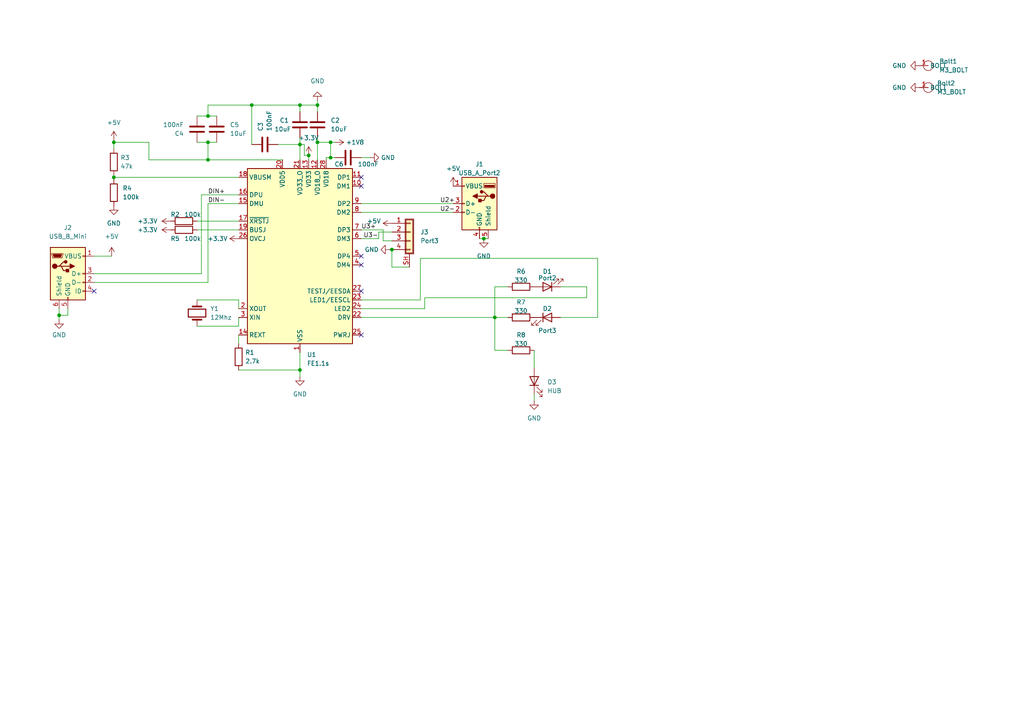
<source format=kicad_sch>
(kicad_sch (version 20211123) (generator eeschema)
  (paper "A4")
  (lib_symbols
    (symbol "Connector:USB_A" (pin_names (offset 1.016))
      (property "Reference" "J" (at -5.08 11.43 0))
      (property "Value" "USB_A" (at -5.08 8.89 0))
      (symbol "USB_A_0_1"
        (rectangle (start -5.08 -7.62) (end 5.08 7.62) (stroke (width 0.254)) (fill (type background)))
        (circle (center -3.81 2.159) (radius 0.635) (stroke (width 0.254)) (fill (type outline)))
        (rectangle (start -1.524 4.826) (end -4.318 5.334) (fill (type outline)))
        (rectangle (start -1.27 4.572) (end -4.572 5.842))
        (circle (center -0.635 3.429) (radius 0.381) (stroke (width 0.254)) (fill (type outline)))
        (rectangle (start -0.127 -7.62) (end 0.127 -6.858))
        (polyline (pts (xy -3.175 2.159) (xy -2.54 2.159) (xy -1.27 3.429) (xy -0.635 3.429)) (stroke (width 0.254)))
        (polyline (pts (xy -2.54 2.159) (xy -1.905 2.159) (xy -1.27 0.889) (xy 0 0.889)) (stroke (width 0.254)))
        (polyline (pts (xy 0.635 2.794) (xy 0.635 1.524) (xy 1.905 2.159) (xy 0.635 2.794)) (stroke (width 0.254)) (fill (type outline)))
        (rectangle (start 0.254 1.27) (end -0.508 0.508) (stroke (width 0.254)) (fill (type outline)))
        (rectangle (start 5.08 -2.667) (end 4.318 -2.413))
        (rectangle (start 5.08 -0.127) (end 4.318 0.127))
        (rectangle (start 5.08 4.953) (end 4.318 5.207))
      )
      (symbol "USB_A_1_1"
        (polyline (pts (xy -1.905 2.159) (xy 0.635 2.159)) (stroke (width 0.254)))
        (pin power_in line (at 7.62 5.08 180) (length 2.54) (name "VBUS") (number "1"))
        (pin bidirectional line (at 7.62 -2.54 180) (length 2.54) (name "D-") (number "2"))
        (pin bidirectional line (at 7.62 0 180) (length 2.54) (name "D+") (number "3"))
        (pin power_in line (at 0 -10.16 90) (length 2.54) (name "GND") (number "4"))
        (pin passive line (at -2.54 -10.16 90) (length 2.54) (name "Shield") (number "5"))
      )
    )
    (symbol "Connector:USB_B_Mini" (pin_names (offset 1.016))
      (property "Reference" "J" (at -5.08 11.43 0))
      (property "Value" "USB_B_Mini" (at -5.08 8.89 0))
      (symbol "USB_B_Mini_0_1"
        (rectangle (start -5.08 -7.62) (end 5.08 7.62) (stroke (width 0.254)) (fill (type background)))
        (circle (center -3.81 2.159) (radius 0.635) (stroke (width 0.254)) (fill (type outline)))
        (circle (center -0.635 3.429) (radius 0.381) (stroke (width 0.254)) (fill (type outline)))
        (rectangle (start -0.127 -7.62) (end 0.127 -6.858))
        (polyline (pts (xy -1.905 2.159) (xy 0.635 2.159)) (stroke (width 0.254)))
        (polyline (pts (xy -3.175 2.159) (xy -2.54 2.159) (xy -1.27 3.429) (xy -0.635 3.429)) (stroke (width 0.254)))
        (polyline (pts (xy -2.54 2.159) (xy -1.905 2.159) (xy -1.27 0.889) (xy 0 0.889)) (stroke (width 0.254)))
        (polyline (pts (xy 0.635 2.794) (xy 0.635 1.524) (xy 1.905 2.159) (xy 0.635 2.794)) (stroke (width 0.254)) (fill (type outline)))
        (polyline (pts (xy -4.318 5.588) (xy -1.778 5.588) (xy -2.032 4.826) (xy -4.064 4.826) (xy -4.318 5.588)) (fill (type outline)))
        (polyline (pts (xy -4.699 5.842) (xy -4.699 5.588) (xy -4.445 4.826) (xy -4.445 4.572) (xy -1.651 4.572) (xy -1.651 4.826) (xy -1.397 5.588) (xy -1.397 5.842) (xy -4.699 5.842)))
        (rectangle (start 0.254 1.27) (end -0.508 0.508) (stroke (width 0.254)) (fill (type outline)))
        (rectangle (start 5.08 -5.207) (end 4.318 -4.953))
        (rectangle (start 5.08 -2.667) (end 4.318 -2.413))
        (rectangle (start 5.08 -0.127) (end 4.318 0.127))
        (rectangle (start 5.08 4.953) (end 4.318 5.207))
      )
      (symbol "USB_B_Mini_1_1"
        (pin power_out line (at 7.62 5.08 180) (length 2.54) (name "VBUS") (number "1"))
        (pin bidirectional line (at 7.62 -2.54 180) (length 2.54) (name "D-") (number "2"))
        (pin bidirectional line (at 7.62 0 180) (length 2.54) (name "D+") (number "3"))
        (pin passive line (at 7.62 -5.08 180) (length 2.54) (name "ID") (number "4"))
        (pin power_out line (at 0 -10.16 90) (length 2.54) (name "GND") (number "5"))
        (pin passive line (at -2.54 -10.16 90) (length 2.54) (name "Shield") (number "6"))
      )
    )
    (symbol "Connector_Generic_Shielded:Conn_01x04_Shielded" (pin_names (offset 1.016) hide)
      (property "Reference" "J" (at 0.254 4.826 0))
      (property "Value" "Conn_01x04_Shielded" (at 1.016 -7.366 0))
      (symbol "Conn_01x04_Shielded_1_1"
        (rectangle (start -1.27 3.81) (end 1.27 -6.35) (stroke (width 0.1524)))
        (rectangle (start -1.016 -4.953) (end 0.254 -5.207) (stroke (width 0.1524)))
        (rectangle (start -1.016 -2.413) (end 0.254 -2.667) (stroke (width 0.1524)))
        (rectangle (start -1.016 0.127) (end 0.254 -0.127) (stroke (width 0.1524)))
        (rectangle (start -1.016 2.667) (end 0.254 2.413) (stroke (width 0.1524)))
        (rectangle (start -1.016 3.556) (end 1.016 -6.096) (stroke (width 0.254)) (fill (type background)))
        (pin passive line (at -5.08 2.54 0) (length 4.064) (name "Pin_1") (number "1"))
        (pin passive line (at -5.08 0 0) (length 4.064) (name "Pin_2") (number "2"))
        (pin passive line (at -5.08 -2.54 0) (length 4.064) (name "Pin_3") (number "3"))
        (pin passive line (at -5.08 -5.08 0) (length 4.064) (name "Pin_4") (number "4"))
        (pin passive line (at 0 -10.16 90) (length 3.81) (name "Shield") (number "SH"))
      )
    )
    (symbol "Device:C" (pin_numbers hide) (pin_names (offset 0.254))
      (property "Reference" "C" (at 0.635 2.54 0))
      (property "Value" "C" (at 0.635 -2.54 0))
      (symbol "C_0_1"
        (polyline (pts (xy -2.032 -0.762) (xy 2.032 -0.762)) (stroke (width 0.508)))
        (polyline (pts (xy -2.032 0.762) (xy 2.032 0.762)) (stroke (width 0.508)))
      )
      (symbol "C_1_1"
        (pin passive line (at 0 3.81 270) (length 2.794) (name "~") (number "1"))
        (pin passive line (at 0 -3.81 90) (length 2.794) (name "~") (number "2"))
      )
    )
    (symbol "Device:Crystal" (pin_numbers hide) (pin_names (offset 1.016) hide)
      (property "Reference" "Y" (at 0 3.81 0))
      (property "Value" "Crystal" (at 0 -3.81 0))
      (symbol "Crystal_0_1"
        (rectangle (start -1.143 2.54) (end 1.143 -2.54) (stroke (width 0.3048)))
        (polyline (pts (xy -2.54 0) (xy -1.905 0)))
        (polyline (pts (xy -1.905 -1.27) (xy -1.905 1.27)) (stroke (width 0.508)))
        (polyline (pts (xy 1.905 -1.27) (xy 1.905 1.27)) (stroke (width 0.508)))
        (polyline (pts (xy 2.54 0) (xy 1.905 0)))
      )
      (symbol "Crystal_1_1"
        (pin passive line (at -3.81 0 0) (length 1.27) (name "1") (number "1"))
        (pin passive line (at 3.81 0 180) (length 1.27) (name "2") (number "2"))
      )
    )
    (symbol "Device:LED" (pin_numbers hide) (pin_names (offset 1.016) hide)
      (property "Reference" "D" (at 0 2.54 0))
      (property "Value" "LED" (at 0 -2.54 0))
      (symbol "LED_0_1"
        (polyline (pts (xy -1.27 -1.27) (xy -1.27 1.27)) (stroke (width 0.254)))
        (polyline (pts (xy -1.27 0) (xy 1.27 0)))
        (polyline (pts (xy 1.27 -1.27) (xy 1.27 1.27) (xy -1.27 0) (xy 1.27 -1.27)) (stroke (width 0.254)))
        (polyline (pts (xy -3.048 -0.762) (xy -4.572 -2.286) (xy -3.81 -2.286) (xy -4.572 -2.286) (xy -4.572 -1.524)))
        (polyline (pts (xy -1.778 -0.762) (xy -3.302 -2.286) (xy -2.54 -2.286) (xy -3.302 -2.286) (xy -3.302 -1.524)))
      )
      (symbol "LED_1_1"
        (pin passive line (at -3.81 0 0) (length 2.54) (name "K") (number "1"))
        (pin passive line (at 3.81 0 180) (length 2.54) (name "A") (number "2"))
      )
    )
    (symbol "Device:R" (pin_numbers hide) (pin_names (offset 0))
      (property "Reference" "R" (at 2.032 0 90))
      (property "Value" "R" (at 0 0 90))
      (symbol "R_0_1"
        (rectangle (start -1.016 -2.54) (end 1.016 2.54) (stroke (width 0.254)))
      )
      (symbol "R_1_1"
        (pin passive line (at 0 3.81 270) (length 1.27) (name "~") (number "1"))
        (pin passive line (at 0 -3.81 90) (length 1.27) (name "~") (number "2"))
      )
    )
    (symbol "Interface_USB:FE1.1s"
      (property "Reference" "U" (at -11.43 26.67 0))
      (property "Value" "FE1.1s" (at 12.7 27.94 0))
      (symbol "FE1.1s_0_1"
        (rectangle (start -15.24 25.4) (end 15.24 -25.4) (stroke (width 0.254)) (fill (type background)))
      )
      (symbol "FE1.1s_1_1"
        (pin power_in line (at 0 -27.94 90) (length 2.54) (name "VSS") (number "1"))
        (pin bidirectional line (at 17.78 20.32 180) (length 2.54) (name "DM1") (number "10"))
        (pin bidirectional line (at 17.78 22.86 180) (length 2.54) (name "DP1") (number "11"))
        (pin power_out line (at 5.08 27.94 270) (length 2.54) (name "VD18_O") (number "12"))
        (pin power_in line (at 2.54 27.94 270) (length 2.54) (name "VD33") (number "13"))
        (pin passive line (at -17.78 -22.86 0) (length 2.54) (name "REXT") (number "14"))
        (pin bidirectional line (at -17.78 15.24 0) (length 2.54) (name "DMU") (number "15"))
        (pin bidirectional line (at -17.78 17.78 0) (length 2.54) (name "DPU") (number "16"))
        (pin input line (at -17.78 10.16 0) (length 2.54) (name "~{XRSTJ}") (number "17"))
        (pin input line (at -17.78 22.86 0) (length 2.54) (name "VBUSM") (number "18"))
        (pin input line (at -17.78 7.62 0) (length 2.54) (name "BUSJ") (number "19"))
        (pin output line (at -17.78 -15.24 0) (length 2.54) (name "XOUT") (number "2"))
        (pin power_in line (at -5.08 27.94 270) (length 2.54) (name "VDD5") (number "20"))
        (pin power_out line (at 0 27.94 270) (length 2.54) (name "VD33_O") (number "21"))
        (pin bidirectional line (at 17.78 -17.78 180) (length 2.54) (name "DRV") (number "22"))
        (pin bidirectional line (at 17.78 -12.7 180) (length 2.54) (name "LED1/EESCL") (number "23"))
        (pin bidirectional line (at 17.78 -15.24 180) (length 2.54) (name "LED2") (number "24"))
        (pin output line (at 17.78 -22.86 180) (length 2.54) (name "PWRJ") (number "25"))
        (pin input line (at -17.78 5.08 0) (length 2.54) (name "OVCJ") (number "26"))
        (pin bidirectional line (at 17.78 -10.16 180) (length 2.54) (name "TESTJ/EESDA") (number "27"))
        (pin power_in line (at 7.62 27.94 270) (length 2.54) (name "VD18") (number "28"))
        (pin input line (at -17.78 -17.78 0) (length 2.54) (name "XIN") (number "3"))
        (pin bidirectional line (at 17.78 -2.54 180) (length 2.54) (name "DM4") (number "4"))
        (pin bidirectional line (at 17.78 0 180) (length 2.54) (name "DP4") (number "5"))
        (pin bidirectional line (at 17.78 5.08 180) (length 2.54) (name "DM3") (number "6"))
        (pin bidirectional line (at 17.78 7.62 180) (length 2.54) (name "DP3") (number "7"))
        (pin bidirectional line (at 17.78 12.7 180) (length 2.54) (name "DM2") (number "8"))
        (pin bidirectional line (at 17.78 15.24 180) (length 2.54) (name "DP2") (number "9"))
      )
    )
    (symbol "Jimmy_Library:M3_BOLT"
      (property "Reference" "Bolt" (at 0 3.175 0))
      (property "Value" "M3_BOLT" (at 0 -2.54 0))
      (symbol "M3_BOLT_0_1"
        (circle (center 0 0) (radius 1.4199))
      )
      (symbol "M3_BOLT_1_1"
        (pin bidirectional line (at -2.54 0 0) (length 2.54) (name "BOLT") (number "1"))
      )
    )
    (symbol "power:+1V8" (power) (pin_names (offset 0))
      (property "Value" "+1V8" (at 0 3.556 0))
      (symbol "+1V8_0_1"
        (polyline (pts (xy -0.762 1.27) (xy 0 2.54)))
        (polyline (pts (xy 0 0) (xy 0 2.54)))
        (polyline (pts (xy 0 2.54) (xy 0.762 1.27)))
      )
      (symbol "+1V8_1_1"
        (pin power_in line (at 0 0 90) (length 0) hide (name "+1V8") (number "1"))
      )
    )
    (symbol "power:+3.3V" (power) (pin_names (offset 0))
      (property "Value" "+3.3V" (at 0 3.556 0))
      (symbol "+3.3V_0_1"
        (polyline (pts (xy -0.762 1.27) (xy 0 2.54)))
        (polyline (pts (xy 0 0) (xy 0 2.54)))
        (polyline (pts (xy 0 2.54) (xy 0.762 1.27)))
      )
      (symbol "+3.3V_1_1"
        (pin power_in line (at 0 0 90) (length 0) hide (name "+3.3V") (number "1"))
      )
    )
    (symbol "power:+5V" (power) (pin_names (offset 0))
      (property "Value" "+5V" (at 0 3.556 0))
      (symbol "+5V_0_1"
        (polyline (pts (xy -0.762 1.27) (xy 0 2.54)))
        (polyline (pts (xy 0 0) (xy 0 2.54)))
        (polyline (pts (xy 0 2.54) (xy 0.762 1.27)))
      )
      (symbol "+5V_1_1"
        (pin power_in line (at 0 0 90) (length 0) hide (name "+5V") (number "1"))
      )
    )
    (symbol "power:GND" (power) (pin_names (offset 0))
      (property "Value" "GND" (at 0 -3.81 0))
      (symbol "GND_0_1"
        (polyline (pts (xy 0 0) (xy 0 -1.27) (xy 1.27 -1.27) (xy 0 -2.54) (xy -1.27 -1.27) (xy 0 -1.27)))
      )
      (symbol "GND_1_1"
        (pin power_in line (at 0 0 270) (length 0) hide (name "GND") (number "1"))
      )
    )
  )
  (junction (at 89.535 45.085))
  (junction (at 73.025 30.48))
  (junction (at 86.995 30.48))
  (junction (at 33.02 41.275))
  (junction (at 95.885 45.72))
  (junction (at 17.145 91.44))
  (junction (at 60.325 33.655))
  (junction (at 140.335 69.215))
  (junction (at 60.325 46.355))
  (junction (at 33.02 51.435))
  (junction (at 95.885 41.275))
  (junction (at 92.075 30.48))
  (junction (at 86.995 41.91))
  (junction (at 113.665 72.39))
  (junction (at 92.075 41.275))
  (junction (at 143.51 92.075))
  (junction (at 86.995 107.315))
  (junction (at 60.325 41.275))
  (no_connect (at 104.775 74.295))
  (no_connect (at 104.775 76.835))
  (no_connect (at 104.775 84.455))
  (no_connect (at 104.775 51.435))
  (no_connect (at 104.775 53.975))
  (no_connect (at 104.775 97.155))
  (no_connect (at 27.305 84.455))
  (wire (pts (xy 33.02 41.275) (xy 33.02 43.18)))
  (wire (pts (xy 121.92 86.995) (xy 104.775 86.995)))
  (wire (pts (xy 60.325 81.915) (xy 60.325 59.055)))
  (wire (pts (xy 60.325 41.275) (xy 62.865 41.275)))
  (wire (pts (xy 95.885 41.275) (xy 92.075 41.275)))
  (wire (pts (xy 94.615 46.355) (xy 94.615 45.72)))
  (wire (pts (xy 95.885 45.72) (xy 97.155 45.72)))
  (wire (pts (xy 60.325 30.48) (xy 73.025 30.48)))
  (wire (pts (xy 86.995 109.22) (xy 86.995 107.315)))
  (wire (pts (xy 81.915 46.355) (xy 60.325 46.355)))
  (wire (pts (xy 17.145 91.44) (xy 17.145 89.535)))
  (wire (pts (xy 73.025 41.91) (xy 73.025 30.48)))
  (wire (pts (xy 94.615 45.72) (xy 95.885 45.72)))
  (wire (pts (xy 143.51 83.185) (xy 143.51 92.075)))
  (wire (pts (xy 32.385 74.295) (xy 27.305 74.295)))
  (wire (pts (xy 154.94 106.68) (xy 154.94 101.6)))
  (wire (pts (xy 86.995 107.315) (xy 86.995 102.235)))
  (wire (pts (xy 104.775 69.215) (xy 109.855 69.215)))
  (wire (pts (xy 92.075 40.005) (xy 92.075 41.275)))
  (wire (pts (xy 69.215 94.615) (xy 69.215 92.075)))
  (wire (pts (xy 27.305 81.915) (xy 60.325 81.915)))
  (wire (pts (xy 143.51 92.075) (xy 104.775 92.075)))
  (wire (pts (xy 19.685 89.535) (xy 19.685 91.44)))
  (wire (pts (xy 19.685 91.44) (xy 17.145 91.44)))
  (wire (pts (xy 143.51 92.075) (xy 143.51 101.6)))
  (wire (pts (xy 88.265 45.085) (xy 89.535 45.085)))
  (wire (pts (xy 80.645 41.91) (xy 86.995 41.91)))
  (wire (pts (xy 113.665 67.31) (xy 109.855 67.31)))
  (wire (pts (xy 60.325 33.655) (xy 62.865 33.655)))
  (wire (pts (xy 86.995 41.91) (xy 88.265 41.91)))
  (wire (pts (xy 109.855 67.31) (xy 109.855 69.215)))
  (wire (pts (xy 69.215 86.995) (xy 69.215 89.535)))
  (wire (pts (xy 92.075 41.275) (xy 92.075 46.355)))
  (wire (pts (xy 58.42 79.375) (xy 27.305 79.375)))
  (wire (pts (xy 57.15 66.675) (xy 69.215 66.675)))
  (wire (pts (xy 121.92 74.93) (xy 121.92 86.995)))
  (wire (pts (xy 69.215 99.695) (xy 69.215 97.155)))
  (wire (pts (xy 57.15 94.615) (xy 69.215 94.615)))
  (wire (pts (xy 43.18 46.355) (xy 43.18 41.275)))
  (wire (pts (xy 86.995 40.005) (xy 86.995 41.91)))
  (wire (pts (xy 57.15 86.995) (xy 69.215 86.995)))
  (wire (pts (xy 111.125 66.675) (xy 104.775 66.675)))
  (wire (pts (xy 154.94 116.205) (xy 154.94 114.3)))
  (wire (pts (xy 69.215 107.315) (xy 86.995 107.315)))
  (wire (pts (xy 58.42 56.515) (xy 69.215 56.515)))
  (wire (pts (xy 17.145 92.71) (xy 17.145 91.44)))
  (wire (pts (xy 86.995 41.91) (xy 86.995 46.355)))
  (wire (pts (xy 173.355 92.075) (xy 173.355 74.93)))
  (wire (pts (xy 113.03 72.39) (xy 113.665 72.39)))
  (wire (pts (xy 33.02 40.64) (xy 33.02 41.275)))
  (wire (pts (xy 140.335 69.215) (xy 139.065 69.215)))
  (wire (pts (xy 92.075 29.21) (xy 92.075 30.48)))
  (wire (pts (xy 140.335 69.215) (xy 141.605 69.215)))
  (wire (pts (xy 170.18 86.36) (xy 123.19 86.36)))
  (wire (pts (xy 60.325 46.355) (xy 43.18 46.355)))
  (wire (pts (xy 60.325 59.055) (xy 69.215 59.055)))
  (wire (pts (xy 104.775 61.595) (xy 131.445 61.595)))
  (wire (pts (xy 60.325 46.355) (xy 60.325 41.275)))
  (wire (pts (xy 33.02 51.435) (xy 33.02 52.07)))
  (wire (pts (xy 104.775 59.055) (xy 131.445 59.055)))
  (wire (pts (xy 111.125 66.675) (xy 111.125 69.85)))
  (wire (pts (xy 107.315 45.72) (xy 104.775 45.72)))
  (wire (pts (xy 88.265 41.91) (xy 88.265 45.085)))
  (wire (pts (xy 123.19 86.36) (xy 123.19 89.535)))
  (wire (pts (xy 86.995 32.385) (xy 86.995 30.48)))
  (wire (pts (xy 57.15 33.655) (xy 60.325 33.655)))
  (wire (pts (xy 73.025 30.48) (xy 86.995 30.48)))
  (wire (pts (xy 86.995 30.48) (xy 92.075 30.48)))
  (wire (pts (xy 92.075 30.48) (xy 92.075 32.385)))
  (wire (pts (xy 162.56 92.075) (xy 173.355 92.075)))
  (wire (pts (xy 113.665 77.47) (xy 113.665 72.39)))
  (wire (pts (xy 111.125 69.85) (xy 113.665 69.85)))
  (wire (pts (xy 57.15 41.275) (xy 60.325 41.275)))
  (wire (pts (xy 147.32 101.6) (xy 143.51 101.6)))
  (wire (pts (xy 95.885 41.275) (xy 95.885 45.72)))
  (wire (pts (xy 162.56 83.185) (xy 170.18 83.185)))
  (wire (pts (xy 58.42 56.515) (xy 58.42 79.375)))
  (wire (pts (xy 123.19 89.535) (xy 104.775 89.535)))
  (wire (pts (xy 118.745 77.47) (xy 113.665 77.47)))
  (wire (pts (xy 97.155 41.275) (xy 95.885 41.275)))
  (wire (pts (xy 89.535 45.085) (xy 89.535 46.355)))
  (wire (pts (xy 147.32 83.185) (xy 143.51 83.185)))
  (wire (pts (xy 170.18 83.185) (xy 170.18 86.36)))
  (wire (pts (xy 33.02 50.8) (xy 33.02 51.435)))
  (wire (pts (xy 173.355 74.93) (xy 121.92 74.93)))
  (wire (pts (xy 147.32 92.075) (xy 143.51 92.075)))
  (wire (pts (xy 33.02 51.435) (xy 69.215 51.435)))
  (wire (pts (xy 57.15 64.135) (xy 69.215 64.135)))
  (wire (pts (xy 43.18 41.275) (xy 33.02 41.275)))
  (wire (pts (xy 60.325 33.655) (xy 60.325 30.48)))
  (label "DIN-" (at 60.325 59.055 0))
  (label "U3+" (at 104.775 66.675 0))
  (label "U3-" (at 105.41 69.215 0))
  (label "U2-" (at 127.635 61.595 0))
  (label "U2+" (at 127.635 59.055 0))
  (label "DIN+" (at 60.325 56.515 0))
  (symbol (lib_id "power:+5V") (at 131.445 53.975 0) (mirror y) (unit 1)
    (property "Reference" "#PWR0103" (effects hide))
    (property "Value" "+5V" (at 131.445 48.895 0))
  )
  (symbol (lib_id "Device:C") (at 62.865 37.465 0) (unit 1)
    (property "Reference" "C5" (at 66.675 36.1949 0) (effects (justify left)))
    (property "Value" "10uF" (at 66.675 38.7349 0) (effects (justify left)))
    (property "Footprint" "Capacitor_SMD:C_0805_2012Metric_Pad1.18x1.45mm_HandSolder" (effects hide))
  )
  (symbol (lib_id "power:GND") (at 86.995 109.22 0) (unit 1)
    (property "Reference" "#PWR0105" (effects hide))
    (property "Value" "GND" (at 86.995 114.3 0))
  )
  (symbol (lib_id "power:GND") (at 92.075 29.21 180) (unit 1)
    (property "Reference" "#PWR0106" (effects hide))
    (property "Value" "GND" (at 92.075 23.495 0))
  )
  (symbol (lib_id "Connector_Generic_Shielded:Conn_01x04_Shielded") (at 118.745 67.31 0) (unit 1)
    (property "Reference" "J3" (at 121.92 67.3099 0) (effects (justify left)))
    (property "Value" "Port3" (at 121.92 69.8499 0) (effects (justify left)))
    (property "Footprint" "Connector_JST:JST_PH_S4B-PH-SM4-TB_1x04-1MP_P2.00mm_Horizontal" (effects hide))
  )
  (symbol (lib_id "power:+5V") (at 33.02 40.64 0) (unit 1)
    (property "Reference" "#PWR0111" (effects hide))
    (property "Value" "+5V" (at 33.02 35.56 0))
  )
  (symbol (lib_id "Device:LED") (at 158.75 92.075 0) (unit 1)
    (property "Reference" "D2" (at 158.75 89.535 0))
    (property "Value" "Port3" (at 158.75 95.885 0))
    (property "Footprint" "LED_SMD:LED_0805_2012Metric_Pad1.15x1.40mm_HandSolder" (effects hide))
  )
  (symbol (lib_id "power:GND") (at 113.03 72.39 270) (unit 1)
    (property "Reference" "#PWR0109" (effects hide))
    (property "Value" "GND" (at 109.855 72.3899 90) (effects (justify right)))
  )
  (symbol (lib_id "power:GND") (at 140.335 69.215 0) (unit 1)
    (property "Reference" "#PWR0104" (effects hide))
    (property "Value" "GND" (at 140.335 74.295 0))
  )
  (symbol (lib_id "Device:R") (at 151.13 92.075 90) (unit 1)
    (property "Reference" "R7" (at 151.13 87.63 90))
    (property "Value" "330" (at 151.13 90.17 90))
    (property "Footprint" "Resistor_SMD:R_0805_2012Metric_Pad1.20x1.40mm_HandSolder" (effects hide))
  )
  (symbol (lib_id "Device:R") (at 53.34 64.135 90) (unit 1)
    (property "Reference" "R2" (at 50.8 62.23 90))
    (property "Value" "100k" (at 55.88 62.23 90))
    (property "Footprint" "Resistor_SMD:R_0805_2012Metric_Pad1.20x1.40mm_HandSolder" (effects hide))
  )
  (symbol (lib_id "Device:Crystal") (at 57.15 90.805 270) (unit 1)
    (property "Reference" "Y1" (at 60.96 89.5349 90) (effects (justify left)))
    (property "Value" "12Mhz" (at 60.96 92.0749 90) (effects (justify left)))
    (property "Footprint" "Crystal:Crystal_SMD_HC49-SD_HandSoldering" (effects hide))
  )
  (symbol (lib_id "Connector:USB_A") (at 139.065 59.055 0) (mirror y) (unit 1)
    (property "Reference" "J1" (at 139.065 47.625 0))
    (property "Value" "USB_A_Port2" (at 139.065 50.165 0))
    (property "Footprint" "Connector_USB:USB_A_Molex_67643_Horizontal" (effects hide))
    (property "Datasheet" " ~" (effects hide))
  )
  (symbol (lib_id "power:+3.3V") (at 89.535 45.085 0) (unit 1)
    (property "Reference" "#PWR0107" (effects hide))
    (property "Value" "+3.3V" (at 89.535 40.005 0))
  )
  (symbol (lib_id "power:GND") (at 266.7 25.4 270) (unit 1)
    (property "Reference" "#PWR0102" (effects hide))
    (property "Value" "GND" (at 262.89 25.3999 90) (effects (justify right)))
  )
  (symbol (lib_id "Device:R") (at 151.13 83.185 90) (unit 1)
    (property "Reference" "R6" (at 151.13 78.74 90))
    (property "Value" "330" (at 151.13 81.28 90))
    (property "Footprint" "Resistor_SMD:R_0805_2012Metric_Pad1.20x1.40mm_HandSolder" (effects hide))
  )
  (symbol (lib_id "power:+1V8") (at 97.155 41.275 270) (unit 1)
    (property "Reference" "#PWR0117" (effects hide))
    (property "Value" "+1V8" (at 100.33 41.2749 90) (effects (justify left)))
  )
  (symbol (lib_id "power:+5V") (at 113.665 64.77 90) (unit 1)
    (property "Reference" "#PWR0108" (effects hide))
    (property "Value" "+5V" (at 110.49 64.135 90) (effects (justify left)))
  )
  (symbol (lib_id "Device:LED") (at 154.94 110.49 90) (unit 1)
    (property "Reference" "D3" (at 158.75 110.8074 90) (effects (justify right)))
    (property "Value" "HUB" (at 158.75 113.3474 90) (effects (justify right)))
    (property "Footprint" "LED_SMD:LED_0805_2012Metric_Pad1.15x1.40mm_HandSolder" (effects hide))
  )
  (symbol (lib_id "power:+3.3V") (at 49.53 64.135 90) (unit 1)
    (property "Reference" "#PWR0110" (effects hide))
    (property "Value" "+3.3V" (at 45.72 64.1349 90) (effects (justify left)))
  )
  (symbol (lib_id "power:GND") (at 17.145 92.71 0) (unit 1)
    (property "Reference" "#PWR0114" (effects hide))
    (property "Value" "GND" (at 17.145 97.155 0))
  )
  (symbol (lib_id "Device:R") (at 53.34 66.675 90) (unit 1)
    (property "Reference" "R5" (at 50.8 69.215 90))
    (property "Value" "100k" (at 55.88 69.215 90))
    (property "Footprint" "Resistor_SMD:R_0805_2012Metric_Pad1.20x1.40mm_HandSolder" (effects hide))
  )
  (symbol (lib_id "power:+3.3V") (at 49.53 66.675 90) (unit 1)
    (property "Reference" "#PWR0113" (effects hide))
    (property "Value" "+3.3V" (at 45.72 66.6749 90) (effects (justify left)))
  )
  (symbol (lib_id "power:+3.3V") (at 69.215 69.215 90) (unit 1)
    (property "Reference" "#PWR0118" (effects hide))
    (property "Value" "+3.3V" (at 66.04 69.2149 90) (effects (justify left)))
  )
  (symbol (lib_id "Device:C") (at 92.075 36.195 0) (unit 1)
    (property "Reference" "C2" (at 95.885 34.9249 0) (effects (justify left)))
    (property "Value" "10uF" (at 95.885 37.4649 0) (effects (justify left)))
    (property "Footprint" "Capacitor_SMD:C_0805_2012Metric_Pad1.18x1.45mm_HandSolder" (effects hide))
  )
  (symbol (lib_id "power:+5V") (at 32.385 74.295 0) (unit 1)
    (property "Reference" "#PWR0115" (effects hide))
    (property "Value" "+5V" (at 32.385 68.58 0))
  )
  (symbol (lib_id "Jimmy_Library:M3_BOLT") (at 269.24 19.05 0) (unit 1)
    (property "Reference" "Bolt1" (at 272.415 17.7799 0) (effects (justify left)))
    (property "Value" "M3_BOLT" (at 272.415 20.3199 0) (effects (justify left)))
    (property "Footprint" "Jimmy_Library:M3 BOLT" (effects hide))
  )
  (symbol (lib_id "power:GND") (at 33.02 59.69 0) (unit 1)
    (property "Reference" "#PWR0112" (effects hide))
    (property "Value" "GND" (at 33.02 64.77 0))
  )
  (symbol (lib_id "Device:R") (at 151.13 101.6 90) (unit 1)
    (property "Reference" "R8" (at 151.13 97.155 90))
    (property "Value" "330" (at 151.13 99.695 90))
    (property "Footprint" "Resistor_SMD:R_0805_2012Metric_Pad1.20x1.40mm_HandSolder" (effects hide))
  )
  (symbol (lib_id "Device:C") (at 100.965 45.72 90) (unit 1)
    (property "Reference" "C6" (at 99.695 47.625 90) (effects (justify left)))
    (property "Value" "100nF" (at 109.855 47.625 90) (effects (justify left)))
    (property "Footprint" "Capacitor_SMD:C_0805_2012Metric_Pad1.18x1.45mm_HandSolder" (effects hide))
  )
  (symbol (lib_id "Device:R") (at 33.02 46.99 180) (unit 1)
    (property "Reference" "R3" (at 34.925 45.7199 0) (effects (justify right)))
    (property "Value" "47k" (at 34.925 48.2599 0) (effects (justify right)))
    (property "Footprint" "Resistor_SMD:R_0805_2012Metric_Pad1.20x1.40mm_HandSolder" (effects hide))
  )
  (symbol (lib_id "Device:C") (at 57.15 37.465 180) (unit 1)
    (property "Reference" "C4" (at 53.34 38.7351 0) (effects (justify left)))
    (property "Value" "100nF" (at 53.34 36.1951 0) (effects (justify left)))
    (property "Footprint" "Capacitor_SMD:C_0805_2012Metric_Pad1.18x1.45mm_HandSolder" (effects hide))
  )
  (symbol (lib_id "Device:LED") (at 158.75 83.185 180) (unit 1)
    (property "Reference" "D1" (at 158.75 78.74 0))
    (property "Value" "Port2" (at 158.75 80.645 0))
    (property "Footprint" "LED_SMD:LED_0805_2012Metric_Pad1.15x1.40mm_HandSolder" (effects hide))
  )
  (symbol (lib_id "Connector:USB_B_Mini") (at 19.685 79.375 0) (unit 1)
    (property "Reference" "J2" (at 19.685 66.04 0))
    (property "Value" "USB_B_Mini" (at 19.685 68.58 0))
    (property "Footprint" "Connector_USB:USB_Micro-B_Wuerth_629105150521_CircularHoles" (effects hide))
  )
  (symbol (lib_id "Device:R") (at 69.215 103.505 0) (unit 1)
    (property "Reference" "R1" (at 71.12 102.2349 0) (effects (justify left)))
    (property "Value" "2.7k" (at 71.12 104.7749 0) (effects (justify left)))
    (property "Footprint" "Resistor_SMD:R_0805_2012Metric_Pad1.20x1.40mm_HandSolder" (effects hide))
  )
  (symbol (lib_id "Jimmy_Library:M3_BOLT") (at 269.24 25.4 0) (unit 1)
    (property "Reference" "Bolt2" (at 271.78 24.1299 0) (effects (justify left)))
    (property "Value" "M3_BOLT" (at 271.78 26.6699 0) (effects (justify left)))
    (property "Footprint" "Jimmy_Library:M3 BOLT" (effects hide))
  )
  (symbol (lib_id "Device:C") (at 76.835 41.91 90) (unit 1)
    (property "Reference" "C3" (at 75.5649 38.1 0) (effects (justify left)))
    (property "Value" "100nF" (at 78.1049 38.1 0) (effects (justify left)))
    (property "Footprint" "Capacitor_SMD:C_0805_2012Metric_Pad1.18x1.45mm_HandSolder" (effects hide))
  )
  (symbol (lib_id "power:GND") (at 107.315 45.72 90) (unit 1)
    (property "Reference" "#PWR0116" (effects hide))
    (property "Value" "GND" (at 110.49 45.7199 90) (effects (justify right)))
  )
  (symbol (lib_id "Device:R") (at 33.02 55.88 180) (unit 1)
    (property "Reference" "R4" (at 35.56 54.6099 0) (effects (justify right)))
    (property "Value" "100k" (at 35.56 57.1499 0) (effects (justify right)))
    (property "Footprint" "Resistor_SMD:R_0805_2012Metric_Pad1.20x1.40mm_HandSolder" (effects hide))
  )
  (symbol (lib_id "power:GND") (at 154.94 116.205 0) (unit 1)
    (property "Reference" "#PWR0119" (effects hide))
    (property "Value" "GND" (at 154.94 121.285 0))
  )
  (symbol (lib_id "Interface_USB:FE1.1s") (at 86.995 74.295 0) (unit 1)
    (property "Reference" "U1" (at 89.0144 102.87 0) (effects (justify left)))
    (property "Value" "FE1.1s" (at 89.0144 105.41 0) (effects (justify left)))
    (property "Footprint" "Package_SO:SSOP-28_3.9x9.9mm_P0.635mm" (effects hide))
    (property "Datasheet" "https://cdn-shop.adafruit.com/product-files/2991/FE1.1s+Data+Sheet+(Rev.+1.0).pdf" (effects hide))
  )
  (symbol (lib_id "Device:C") (at 86.995 36.195 0) (mirror y) (unit 1)
    (property "Reference" "C1" (at 83.82 34.925 0) (effects (justify left)))
    (property "Value" "10uF" (at 84.455 37.465 0) (effects (justify left)))
    (property "Footprint" "Capacitor_SMD:C_0805_2012Metric_Pad1.18x1.45mm_HandSolder" (effects hide))
  )
  (symbol (lib_id "power:GND") (at 266.7 19.05 270) (unit 1)
    (property "Reference" "#PWR0101" (effects hide))
    (property "Value" "GND" (at 262.89 19.0499 90) (effects (justify right)))
  )
)
</source>
